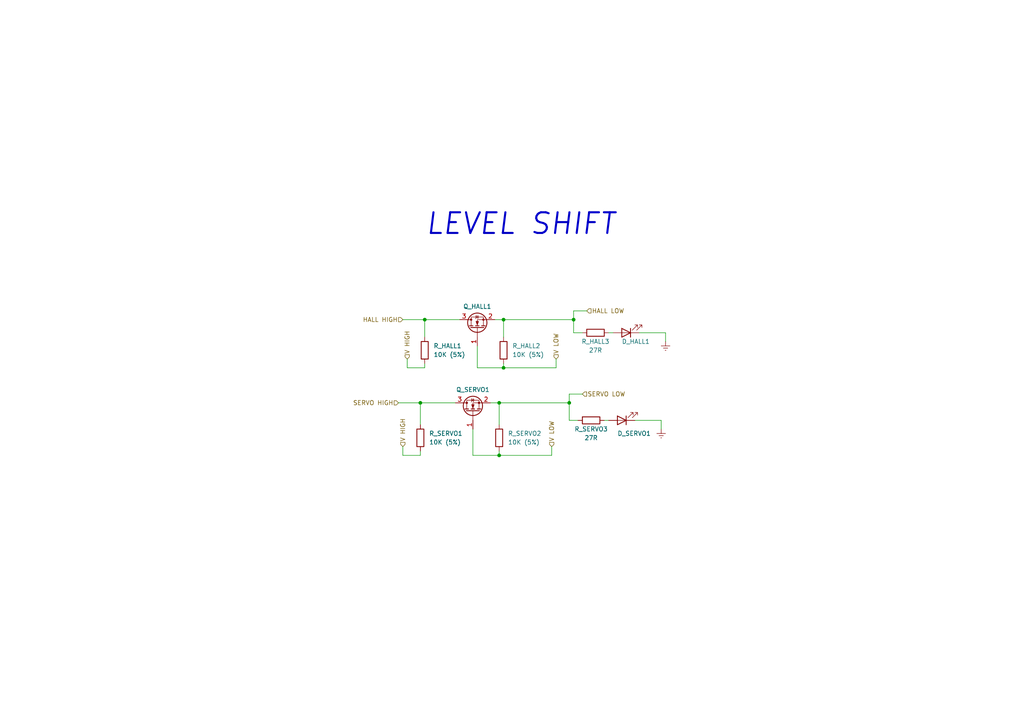
<source format=kicad_sch>
(kicad_sch (version 20211123) (generator eeschema)
  (paper "A4")
  (lib_symbols
    (symbol "Device:LED" (pin_numbers hide) (pin_names (offset 1.016) hide)
      (property "Reference" "D" (at 0 2.54 0))
      (property "Value" "LED" (at 0 -2.54 0))
      (symbol "LED_0_1"
        (polyline (pts (xy -1.27 -1.27) (xy -1.27 1.27)) (stroke (width 0.254)))
        (polyline (pts (xy -1.27 0) (xy 1.27 0)))
        (polyline (pts (xy 1.27 -1.27) (xy 1.27 1.27) (xy -1.27 0) (xy 1.27 -1.27)) (stroke (width 0.254)))
        (polyline (pts (xy -3.048 -0.762) (xy -4.572 -2.286) (xy -3.81 -2.286) (xy -4.572 -2.286) (xy -4.572 -1.524)))
        (polyline (pts (xy -1.778 -0.762) (xy -3.302 -2.286) (xy -2.54 -2.286) (xy -3.302 -2.286) (xy -3.302 -1.524)))
      )
      (symbol "LED_1_1"
        (pin passive line (at -3.81 0 0) (length 2.54) (name "K") (number "1"))
        (pin passive line (at 3.81 0 180) (length 2.54) (name "A") (number "2"))
      )
    )
    (symbol "Device:R" (pin_numbers hide) (pin_names (offset 0))
      (property "Reference" "R" (at 2.032 0 90))
      (property "Value" "R" (at 0 0 90))
      (symbol "R_0_1"
        (rectangle (start -1.016 -2.54) (end 1.016 2.54) (stroke (width 0.254)))
      )
      (symbol "R_1_1"
        (pin passive line (at 0 3.81 270) (length 1.27) (name "~") (number "1"))
        (pin passive line (at 0 -3.81 90) (length 1.27) (name "~") (number "2"))
      )
    )
    (symbol "Transistor_FET:BSS138" (pin_names hide)
      (property "Reference" "Q" (at 5.08 1.905 0))
      (property "Value" "BSS138" (at 5.08 0 0))
      (symbol "BSS138_0_1"
        (polyline (pts (xy 0.254 0) (xy -2.54 0)))
        (polyline (pts (xy 0.254 1.905) (xy 0.254 -1.905)) (stroke (width 0.254)))
        (polyline (pts (xy 0.762 -1.27) (xy 0.762 -2.286)) (stroke (width 0.254)))
        (polyline (pts (xy 0.762 0.508) (xy 0.762 -0.508)) (stroke (width 0.254)))
        (polyline (pts (xy 0.762 2.286) (xy 0.762 1.27)) (stroke (width 0.254)))
        (polyline (pts (xy 2.54 2.54) (xy 2.54 1.778)))
        (polyline (pts (xy 2.54 -2.54) (xy 2.54 0) (xy 0.762 0)))
        (polyline (pts (xy 0.762 -1.778) (xy 3.302 -1.778) (xy 3.302 1.778) (xy 0.762 1.778)))
        (polyline (pts (xy 1.016 0) (xy 2.032 0.381) (xy 2.032 -0.381) (xy 1.016 0)) (fill (type outline)))
        (polyline (pts (xy 2.794 0.508) (xy 2.921 0.381) (xy 3.683 0.381) (xy 3.81 0.254)))
        (polyline (pts (xy 3.302 0.381) (xy 2.921 -0.254) (xy 3.683 -0.254) (xy 3.302 0.381)))
        (circle (center 1.651 0) (radius 2.794) (stroke (width 0.254)))
        (circle (center 2.54 -1.778) (radius 0.254) (fill (type outline)))
        (circle (center 2.54 1.778) (radius 0.254) (fill (type outline)))
      )
      (symbol "BSS138_1_1"
        (pin input line (at -5.08 0 0) (length 2.54) (name "G") (number "1"))
        (pin passive line (at 2.54 -5.08 90) (length 2.54) (name "S") (number "2"))
        (pin passive line (at 2.54 5.08 270) (length 2.54) (name "D") (number "3"))
      )
    )
    (symbol "power:GNDREF" (power) (pin_names (offset 0))
      (property "Value" "GNDREF" (at 0 -3.81 0))
      (symbol "GNDREF_0_1"
        (polyline (pts (xy -0.635 -1.905) (xy 0.635 -1.905)))
        (polyline (pts (xy -0.127 -2.54) (xy 0.127 -2.54)))
        (polyline (pts (xy 0 -1.27) (xy 0 0)))
        (polyline (pts (xy 1.27 -1.27) (xy -1.27 -1.27)))
      )
      (symbol "GNDREF_1_1"
        (pin power_in line (at 0 0 270) (length 0) hide (name "GNDREF") (number "1"))
      )
    )
  )
  (junction (at 144.78 116.84))
  (junction (at 146.05 92.71))
  (junction (at 165.1 116.84))
  (junction (at 144.78 132.08))
  (junction (at 121.92 116.84))
  (junction (at 166.37 92.71))
  (junction (at 123.19 92.71))
  (junction (at 146.05 106.68))
  (wire (pts (xy 168.91 96.52) (xy 166.37 96.52)))
  (wire (pts (xy 146.05 92.71) (xy 166.37 92.71)))
  (wire (pts (xy 123.19 92.71) (xy 133.35 92.71)))
  (wire (pts (xy 121.92 116.84) (xy 121.92 123.19)))
  (wire (pts (xy 121.92 132.08) (xy 121.92 130.81)))
  (wire (pts (xy 137.16 124.46) (xy 137.16 132.08)))
  (wire (pts (xy 144.78 116.84) (xy 144.78 123.19)))
  (wire (pts (xy 176.53 96.52) (xy 177.8 96.52)))
  (wire (pts (xy 138.43 106.68) (xy 146.05 106.68)))
  (wire (pts (xy 144.78 132.08) (xy 144.78 130.81)))
  (wire (pts (xy 121.92 116.84) (xy 132.08 116.84)))
  (wire (pts (xy 165.1 114.3) (xy 165.1 116.84)))
  (wire (pts (xy 116.84 129.54) (xy 116.84 132.08)))
  (wire (pts (xy 123.19 106.68) (xy 118.11 106.68)))
  (wire (pts (xy 165.1 114.3) (xy 168.91 114.3)))
  (wire (pts (xy 137.16 132.08) (xy 144.78 132.08)))
  (wire (pts (xy 115.57 116.84) (xy 121.92 116.84)))
  (wire (pts (xy 176.53 121.92) (xy 175.26 121.92)))
  (wire (pts (xy 138.43 100.33) (xy 138.43 106.68)))
  (wire (pts (xy 116.84 132.08) (xy 121.92 132.08)))
  (wire (pts (xy 165.1 116.84) (xy 165.1 121.92)))
  (wire (pts (xy 142.24 116.84) (xy 144.78 116.84)))
  (wire (pts (xy 116.84 92.71) (xy 123.19 92.71)))
  (wire (pts (xy 123.19 105.41) (xy 123.19 106.68)))
  (wire (pts (xy 144.78 116.84) (xy 165.1 116.84)))
  (wire (pts (xy 143.51 92.71) (xy 146.05 92.71)))
  (wire (pts (xy 160.02 129.54) (xy 160.02 132.08)))
  (wire (pts (xy 118.11 104.14) (xy 118.11 106.68)))
  (wire (pts (xy 170.18 90.17) (xy 166.37 90.17)))
  (wire (pts (xy 165.1 121.92) (xy 167.64 121.92)))
  (wire (pts (xy 146.05 106.68) (xy 161.29 106.68)))
  (wire (pts (xy 184.15 121.92) (xy 191.77 121.92)))
  (wire (pts (xy 146.05 92.71) (xy 146.05 97.79)))
  (wire (pts (xy 191.77 121.92) (xy 191.77 124.46)))
  (wire (pts (xy 161.29 106.68) (xy 161.29 104.14)))
  (wire (pts (xy 193.04 96.52) (xy 193.04 99.06)))
  (wire (pts (xy 185.42 96.52) (xy 193.04 96.52)))
  (wire (pts (xy 123.19 92.71) (xy 123.19 97.79)))
  (wire (pts (xy 166.37 90.17) (xy 166.37 92.71)))
  (wire (pts (xy 144.78 132.08) (xy 160.02 132.08)))
  (wire (pts (xy 146.05 106.68) (xy 146.05 105.41)))
  (wire (pts (xy 166.37 92.71) (xy 166.37 96.52)))
  (text "LEVEL SHIFT" (at 123.19 68.58 0) (effects (font (size 6 6) (thickness 0.6) bold italic) (justify left bottom)))
  (hierarchical_label "HALL HIGH" (shape input) (at 116.84 92.71 180))
  (hierarchical_label "V LOW" (shape input) (at 160.02 129.54 90))
  (hierarchical_label "SERVO LOW" (shape input) (at 168.91 114.3 0))
  (hierarchical_label "V HIGH" (shape input) (at 116.84 129.54 90))
  (hierarchical_label "V LOW" (shape input) (at 161.29 104.14 90))
  (hierarchical_label "SERVO HIGH" (shape input) (at 115.57 116.84 180))
  (hierarchical_label "V HIGH" (shape input) (at 118.11 104.14 90))
  (hierarchical_label "HALL LOW" (shape input) (at 170.18 90.17 0))
  (symbol (lib_id "Device:R") (at 172.72 96.52 90) (unit 1)
    (property "Reference" "R_HALL3" (at 172.72 99.06 90))
    (property "Value" "27R" (at 172.72 101.6 90))
    (property "Footprint" "Resistor_SMD:R_0603_1608Metric_Pad0.98x0.95mm_HandSolder" (effects hide))
    (property "Datasheet" "https://br.mouser.com/datasheet/2/54/Bourns_CMP_Datasheet_05.28.20-1854233.pdf" (effects hide))
    (property "#" "CMP0603-FX-27R0ELF" (effects hide))
    (property "Description" "LED series resistor" (effects hide))
    (property "Group" "Hall" (effects hide))
    (property "Obs" "wes" (effects hide))
    (property "Mouser" "OK" (effects hide))
  )
  (symbol (lib_id "Device:LED") (at 181.61 96.52 180) (unit 1)
    (property "Reference" "D_HALL1" (at 180.34 99.06 0) (effects (justify right)))
    (property "Value" "LED white" (effects hide))
    (property "Footprint" "LED_SMD:LED_0603_1608Metric_Pad1.05x0.95mm_HandSolder" (effects hide))
    (property "Datasheet" "https://br.mouser.com/datasheet/2/348/smld12-e-1874545.pdf" (effects hide))
    (property "#" "SMLD12WBN1W1" (effects hide))
    (property "Description" "Signal LED" (effects hide))
    (property "Group" "Hall" (effects hide))
    (property "Mouser" "OK" (effects hide))
  )
  (symbol (lib_id "Device:R") (at 123.19 101.6 0) (unit 1)
    (property "Reference" "R_HALL1" (at 125.73 100.3299 0) (effects (justify left)))
    (property "Value" "10K (5%)" (at 125.73 102.8699 0) (effects (justify left)))
    (property "Footprint" "Resistor_SMD:R_0603_1608Metric_Pad0.98x0.95mm_HandSolder" (effects hide))
    (property "Datasheet" "https://br.mouser.com/datasheet/2/54/chp_a-1858677.pdf" (effects hide))
    (property "#" "CHP0603AFX-1002ELF" (effects hide))
    (property "Description" "Pullup" (effects hide))
    (property "Group" "Hall" (effects hide))
    (property "Obs" "wes" (effects hide))
    (property "Mouser" "OK" (effects hide))
  )
  (symbol (lib_id "power:GNDREF") (at 193.04 99.06 0) (unit 1)
    (property "Reference" "#PWR0192" (effects hide))
    (property "Value" "GNDREF" (effects hide))
  )
  (symbol (lib_id "Transistor_FET:BSS138") (at 138.43 95.25 90) (unit 1)
    (property "Reference" "Q_HALL1" (at 138.43 88.9 90))
    (property "Value" "BSS138" (effects hide))
    (property "Footprint" "Package_TO_SOT_SMD:SOT-23" (effects hide))
    (property "Datasheet" "https://www.diodes.com/assets/Datasheets/ds30206.pdf" (effects hide))
    (property "#" "BSS138W-7-F" (effects hide))
    (property "Description" "MOSFET N-CH SOT23" (effects hide))
    (property "Group" "Hall" (effects hide))
    (property "Mouser" "OK" (effects hide))
  )
  (symbol (lib_id "Device:LED") (at 180.34 121.92 180) (unit 1)
    (property "Reference" "D_SERVO1" (at 179.07 125.73 0) (effects (justify right)))
    (property "Value" "LED white" (effects hide))
    (property "Footprint" "LED_SMD:LED_0603_1608Metric_Pad1.05x0.95mm_HandSolder" (effects hide))
    (property "Datasheet" "https://br.mouser.com/datasheet/2/348/smld12-e-1874545.pdf" (effects hide))
    (property "#" "SMLD12WBN1W1" (effects hide))
    (property "Description" "Signal LED" (effects hide))
    (property "Group" "Servo" (effects hide))
    (property "Mouser" "OK" (effects hide))
  )
  (symbol (lib_id "Device:R") (at 121.92 127 0) (unit 1)
    (property "Reference" "R_SERVO1" (at 124.46 125.7299 0) (effects (justify left)))
    (property "Value" "10K (5%)" (at 124.46 128.2699 0) (effects (justify left)))
    (property "Footprint" "Resistor_SMD:R_0603_1608Metric_Pad0.98x0.95mm_HandSolder" (effects hide))
    (property "Datasheet" "https://br.mouser.com/datasheet/2/54/chp_a-1858677.pdf" (effects hide))
    (property "#" "CHP0603AFX-1002ELF" (effects hide))
    (property "Description" "Pullup" (effects hide))
    (property "Group" "Servo" (effects hide))
    (property "Obs" "wes" (effects hide))
    (property "Mouser" "OK" (effects hide))
  )
  (symbol (lib_id "Device:R") (at 171.45 121.92 90) (unit 1)
    (property "Reference" "R_SERVO3" (at 171.45 124.46 90))
    (property "Value" "27R" (at 171.45 127 90))
    (property "Footprint" "Resistor_SMD:R_0603_1608Metric_Pad0.98x0.95mm_HandSolder" (effects hide))
    (property "Datasheet" "https://br.mouser.com/datasheet/2/54/Bourns_CMP_Datasheet_05.28.20-1854233.pdf" (effects hide))
    (property "#" "CMP0603-FX-27R0ELF" (effects hide))
    (property "Description" "LED series resistor" (effects hide))
    (property "Group" "Servo" (effects hide))
    (property "Obs" "wes" (effects hide))
    (property "Mouser" "OK" (effects hide))
  )
  (symbol (lib_id "Device:R") (at 144.78 127 0) (unit 1)
    (property "Reference" "R_SERVO2" (at 147.32 125.7299 0) (effects (justify left)))
    (property "Value" "10K (5%)" (at 147.32 128.2699 0) (effects (justify left)))
    (property "Footprint" "Resistor_SMD:R_0603_1608Metric_Pad0.98x0.95mm_HandSolder" (effects hide))
    (property "Datasheet" "https://br.mouser.com/datasheet/2/54/chp_a-1858677.pdf" (effects hide))
    (property "#" "CHP0603AFX-1002ELF" (effects hide))
    (property "Description" "Pullup" (effects hide))
    (property "Group" "Servo" (effects hide))
    (property "Obs" "wes" (effects hide))
    (property "Mouser" "OK" (effects hide))
  )
  (symbol (lib_id "power:GNDREF") (at 191.77 124.46 0) (unit 1)
    (property "Reference" "#PWR0191" (effects hide))
    (property "Value" "GNDREF" (effects hide))
  )
  (symbol (lib_id "Transistor_FET:BSS138") (at 137.16 119.38 90) (unit 1)
    (property "Reference" "Q_SERVO1" (at 137.16 113.03 90))
    (property "Value" "BSS138" (effects hide))
    (property "Footprint" "Package_TO_SOT_SMD:SOT-23" (effects hide))
    (property "Datasheet" "https://www.diodes.com/assets/Datasheets/ds30206.pdf" (effects hide))
    (property "#" "BSS138W-7-F" (effects hide))
    (property "Description" "MOSFET N-CH SOT23" (effects hide))
    (property "Group" "Servo" (effects hide))
    (property "Mouser" "OK" (effects hide))
  )
  (symbol (lib_id "Device:R") (at 146.05 101.6 0) (unit 1)
    (property "Reference" "R_HALL2" (at 148.59 100.3299 0) (effects (justify left)))
    (property "Value" "10K (5%)" (at 148.59 102.8699 0) (effects (justify left)))
    (property "Footprint" "Resistor_SMD:R_0603_1608Metric_Pad0.98x0.95mm_HandSolder" (effects hide))
    (property "Datasheet" "https://br.mouser.com/datasheet/2/54/chp_a-1858677.pdf" (effects hide))
    (property "#" "CHP0603AFX-1002ELF" (effects hide))
    (property "Description" "Pullup" (effects hide))
    (property "Group" "Hall" (effects hide))
    (property "Obs" "wes" (effects hide))
    (property "Mouser" "OK" (effects hide))
  )
)
</source>
